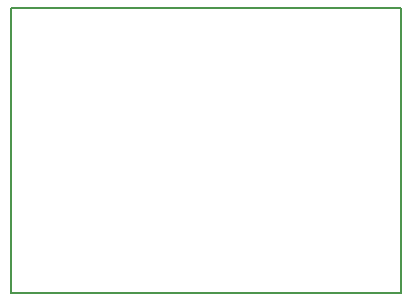
<source format=gbr>
G04 #@! TF.FileFunction,Profile,NP*
%FSLAX46Y46*%
G04 Gerber Fmt 4.6, Leading zero omitted, Abs format (unit mm)*
G04 Created by KiCad (PCBNEW 4.0.2-stable) date 2016 July 15, Friday 17:30:48*
%MOMM*%
G01*
G04 APERTURE LIST*
%ADD10C,0.100000*%
%ADD11C,0.150000*%
G04 APERTURE END LIST*
D10*
D11*
X186690000Y-64770000D02*
X153670000Y-64770000D01*
X186690000Y-88900000D02*
X186690000Y-64770000D01*
X153670000Y-88900000D02*
X186690000Y-88900000D01*
X153670000Y-64770000D02*
X153670000Y-88900000D01*
M02*

</source>
